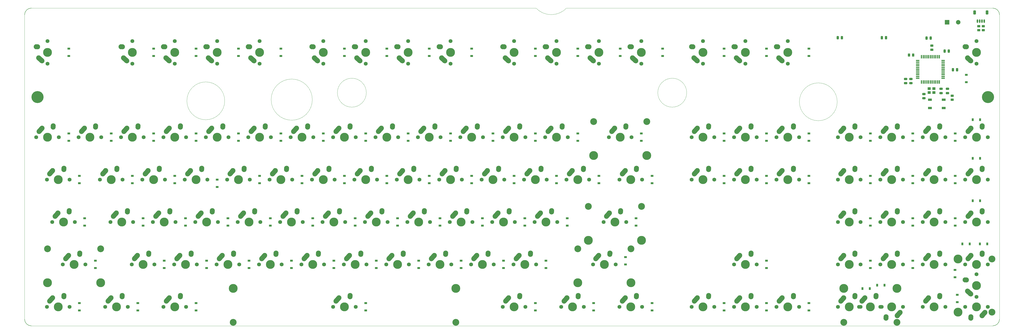
<source format=gbr>
%TF.GenerationSoftware,KiCad,Pcbnew,5.99.0-unknown-ae51e60f70~131~ubuntu21.10.1*%
%TF.CreationDate,2021-09-02T00:21:06-04:00*%
%TF.ProjectId,aek,61656b2e-6b69-4636-9164-5f7063625858,rev?*%
%TF.SameCoordinates,Original*%
%TF.FileFunction,Soldermask,Bot*%
%TF.FilePolarity,Negative*%
%FSLAX46Y46*%
G04 Gerber Fmt 4.6, Leading zero omitted, Abs format (unit mm)*
G04 Created by KiCad (PCBNEW 5.99.0-unknown-ae51e60f70~131~ubuntu21.10.1) date 2021-09-02 00:21:06*
%MOMM*%
%LPD*%
G01*
G04 APERTURE LIST*
G04 Aperture macros list*
%AMRoundRect*
0 Rectangle with rounded corners*
0 $1 Rounding radius*
0 $2 $3 $4 $5 $6 $7 $8 $9 X,Y pos of 4 corners*
0 Add a 4 corners polygon primitive as box body*
4,1,4,$2,$3,$4,$5,$6,$7,$8,$9,$2,$3,0*
0 Add four circle primitives for the rounded corners*
1,1,$1+$1,$2,$3*
1,1,$1+$1,$4,$5*
1,1,$1+$1,$6,$7*
1,1,$1+$1,$8,$9*
0 Add four rect primitives between the rounded corners*
20,1,$1+$1,$2,$3,$4,$5,0*
20,1,$1+$1,$4,$5,$6,$7,0*
20,1,$1+$1,$6,$7,$8,$9,0*
20,1,$1+$1,$8,$9,$2,$3,0*%
%AMHorizOval*
0 Thick line with rounded ends*
0 $1 width*
0 $2 $3 position (X,Y) of the first rounded end (center of the circle)*
0 $4 $5 position (X,Y) of the second rounded end (center of the circle)*
0 Add line between two ends*
20,1,$1,$2,$3,$4,$5,0*
0 Add two circle primitives to create the rounded ends*
1,1,$1,$2,$3*
1,1,$1,$4,$5*%
G04 Aperture macros list end*
%TA.AperFunction,Profile*%
%ADD10C,0.150000*%
%TD*%
%TA.AperFunction,Profile*%
%ADD11C,0.050000*%
%TD*%
%ADD12RoundRect,0.250000X0.450000X-0.262500X0.450000X0.262500X-0.450000X0.262500X-0.450000X-0.262500X0*%
%ADD13C,5.400000*%
%ADD14C,3.987800*%
%ADD15C,1.750000*%
%ADD16HorizOval,2.250000X0.655001X0.730000X-0.655001X-0.730000X0*%
%ADD17C,2.250000*%
%ADD18HorizOval,2.250000X0.020000X0.290000X-0.020000X-0.290000X0*%
%ADD19C,3.048000*%
%ADD20HorizOval,2.250000X-0.730000X0.655001X0.730000X-0.655001X0*%
%ADD21HorizOval,2.250000X-0.290000X0.020000X0.290000X-0.020000X0*%
%ADD22HorizOval,2.250000X-0.020000X-0.290000X0.020000X0.290000X0*%
%ADD23HorizOval,2.250000X-0.655001X-0.730000X0.655001X0.730000X0*%
%ADD24R,1.200000X0.900000*%
%ADD25RoundRect,0.250000X0.250000X0.475000X-0.250000X0.475000X-0.250000X-0.475000X0.250000X-0.475000X0*%
%ADD26RoundRect,0.250000X-0.450000X0.262500X-0.450000X-0.262500X0.450000X-0.262500X0.450000X0.262500X0*%
%ADD27R,1.800000X1.100000*%
%ADD28RoundRect,0.250000X-0.475000X0.250000X-0.475000X-0.250000X0.475000X-0.250000X0.475000X0.250000X0*%
%ADD29RoundRect,0.250000X-0.250000X-0.475000X0.250000X-0.475000X0.250000X0.475000X-0.250000X0.475000X0*%
%ADD30RoundRect,0.250000X0.475000X-0.250000X0.475000X0.250000X-0.475000X0.250000X-0.475000X-0.250000X0*%
%ADD31R,0.900000X1.200000*%
%ADD32RoundRect,0.150000X-0.150000X-0.625000X0.150000X-0.625000X0.150000X0.625000X-0.150000X0.625000X0*%
%ADD33RoundRect,0.250000X-0.350000X-0.650000X0.350000X-0.650000X0.350000X0.650000X-0.350000X0.650000X0*%
%ADD34RoundRect,0.250000X0.262500X0.450000X-0.262500X0.450000X-0.262500X-0.450000X0.262500X-0.450000X0*%
%ADD35R,1.500000X0.550000*%
%ADD36R,0.550000X1.500000*%
%ADD37R,1.400000X1.200000*%
%ADD38R,2.000000X2.000000*%
%ADD39C,2.000000*%
G04 APERTURE END LIST*
D10*
X456882500Y-154432000D02*
G75*
G02*
X453834500Y-157480000I-3048000J0D01*
G01*
X18986500Y-17780000D02*
G75*
G02*
X22034500Y-14732000I3048000J0D01*
G01*
X22034500Y-157480000D02*
G75*
G02*
X18986500Y-154432000I0J3048000D01*
G01*
D11*
X22034500Y-157480000D02*
X453834500Y-157480000D01*
X456882500Y-154432000D02*
X456882500Y-17780000D01*
X18986500Y-17780000D02*
X18986500Y-154432000D01*
X172486500Y-52730000D02*
G75*
G03*
X172486500Y-52730000I-6500000J0D01*
G01*
X148236500Y-55850000D02*
G75*
G03*
X148236500Y-55850000I-9250000J0D01*
G01*
X248692001Y-14731999D02*
X22034500Y-14732000D01*
X262407999Y-14731999D02*
X453834500Y-14732000D01*
X108885512Y-56400000D02*
G75*
G03*
X108885512Y-56400000I-8500000J0D01*
G01*
X262407998Y-14731999D02*
G75*
G02*
X248692001Y-14731999I-6857998J6496633D01*
G01*
X316386500Y-52730000D02*
G75*
G03*
X316386500Y-52730000I-6500000J0D01*
G01*
X383985512Y-56830000D02*
G75*
G03*
X383985512Y-56830000I-8500000J0D01*
G01*
D10*
X453834500Y-14732000D02*
G75*
G02*
X456882500Y-17780000I0J-3048000D01*
G01*
D12*
%TO.C,R5*%
X447548000Y-22860000D03*
X447548000Y-24685000D03*
%TD*%
%TO.C,R2*%
X449580000Y-24685000D03*
X449580000Y-22860000D03*
%TD*%
D13*
%TO.C,H2*%
X451698000Y-54734000D03*
%TD*%
D14*
%TO.C,SW_0*%
X219837000Y-72707500D03*
D15*
X224917000Y-72707500D03*
X214757000Y-72707500D03*
D16*
X216682001Y-69437500D03*
D17*
X217337000Y-68707500D03*
X222377000Y-67627500D03*
D18*
X222357000Y-67917500D03*
%TD*%
D14*
%TO.C,SW_1*%
X48387000Y-72707500D03*
D15*
X43307000Y-72707500D03*
X53467000Y-72707500D03*
D16*
X45232001Y-69437500D03*
D17*
X45887000Y-68707500D03*
X50927000Y-67627500D03*
D18*
X50907000Y-67917500D03*
%TD*%
D14*
%TO.C,SW_2*%
X67437000Y-72707500D03*
D15*
X62357000Y-72707500D03*
X72517000Y-72707500D03*
D17*
X64937000Y-68707500D03*
D16*
X64282001Y-69437500D03*
D18*
X69957000Y-67917500D03*
D17*
X69977000Y-67627500D03*
%TD*%
D15*
%TO.C,SW_3*%
X81407000Y-72707500D03*
D14*
X86487000Y-72707500D03*
D15*
X91567000Y-72707500D03*
D16*
X83332001Y-69437500D03*
D17*
X83987000Y-68707500D03*
X89027000Y-67627500D03*
D18*
X89007000Y-67917500D03*
%TD*%
D14*
%TO.C,SW_6*%
X143637000Y-72707500D03*
D15*
X138557000Y-72707500D03*
X148717000Y-72707500D03*
D16*
X140482001Y-69437500D03*
D17*
X141137000Y-68707500D03*
D18*
X146157000Y-67917500D03*
D17*
X146177000Y-67627500D03*
%TD*%
D15*
%TO.C,SW_7*%
X167767000Y-72707500D03*
D14*
X162687000Y-72707500D03*
D15*
X157607000Y-72707500D03*
D16*
X159532001Y-69437500D03*
D17*
X160187000Y-68707500D03*
X165227000Y-67627500D03*
D18*
X165207000Y-67917500D03*
%TD*%
D14*
%TO.C,SW_8*%
X181737000Y-72707500D03*
D15*
X186817000Y-72707500D03*
X176657000Y-72707500D03*
D16*
X178582001Y-69437500D03*
D17*
X179237000Y-68707500D03*
X184277000Y-67627500D03*
D18*
X184257000Y-67917500D03*
%TD*%
D15*
%TO.C,SW_9*%
X195707000Y-72707500D03*
D14*
X200787000Y-72707500D03*
D15*
X205867000Y-72707500D03*
D17*
X198287000Y-68707500D03*
D16*
X197632001Y-69437500D03*
D17*
X203327000Y-67627500D03*
D18*
X203307000Y-67917500D03*
%TD*%
D14*
%TO.C,SW_A1*%
X62674500Y-110807500D03*
D15*
X67754500Y-110807500D03*
X57594500Y-110807500D03*
D17*
X60174500Y-106807500D03*
D16*
X59519501Y-107537500D03*
D18*
X65194500Y-106017500D03*
D17*
X65214500Y-105727500D03*
%TD*%
D15*
%TO.C,SW_APOS1*%
X258254500Y-110807500D03*
D14*
X253174500Y-110807500D03*
D15*
X248094500Y-110807500D03*
D17*
X250674500Y-106807500D03*
D16*
X250019501Y-107537500D03*
D18*
X255694500Y-106017500D03*
D17*
X255714500Y-105727500D03*
%TD*%
D15*
%TO.C,SW_B1*%
X153479500Y-129857500D03*
X143319500Y-129857500D03*
D14*
X148399500Y-129857500D03*
D17*
X145899500Y-125857500D03*
D16*
X145244501Y-126587500D03*
D18*
X150919500Y-125067500D03*
D17*
X150939500Y-124777500D03*
%TD*%
D15*
%TO.C,SW_BACKSP1*%
X291592000Y-72707500D03*
D19*
X274574000Y-65722500D03*
D14*
X274574000Y-80962500D03*
X286512000Y-72707500D03*
D15*
X281432000Y-72707500D03*
D19*
X298450000Y-65722500D03*
D14*
X298450000Y-80962500D03*
D17*
X284012000Y-68707500D03*
D16*
X283357001Y-69437500D03*
D18*
X289032000Y-67917500D03*
D17*
X289052000Y-67627500D03*
%TD*%
D15*
%TO.C,SW_BKSLS1*%
X296354500Y-91757500D03*
D14*
X291274500Y-91757500D03*
D15*
X286194500Y-91757500D03*
D17*
X288774500Y-87757500D03*
D16*
X288119501Y-88487500D03*
D18*
X293794500Y-86967500D03*
D17*
X293814500Y-86677500D03*
%TD*%
D15*
%TO.C,SW_C1*%
X115379500Y-129857500D03*
X105219500Y-129857500D03*
D14*
X110299500Y-129857500D03*
D17*
X107799500Y-125857500D03*
D16*
X107144501Y-126587500D03*
D17*
X112839500Y-124777500D03*
D18*
X112819500Y-125067500D03*
%TD*%
D15*
%TO.C,SW_CAP1*%
X41560750Y-110807500D03*
D14*
X36480750Y-110807500D03*
D15*
X31400750Y-110807500D03*
D17*
X33980750Y-106807500D03*
D16*
X33325751Y-107537500D03*
D18*
X39000750Y-106017500D03*
D17*
X39020750Y-105727500D03*
%TD*%
D14*
%TO.C,SW_COLON1*%
X234124500Y-110807500D03*
D15*
X229044500Y-110807500D03*
X239204500Y-110807500D03*
D16*
X230969501Y-107537500D03*
D17*
X231624500Y-106807500D03*
X236664500Y-105727500D03*
D18*
X236644500Y-106017500D03*
%TD*%
D14*
%TO.C,SW_COMMA1*%
X205549500Y-129857500D03*
D15*
X200469500Y-129857500D03*
X210629500Y-129857500D03*
D17*
X203049500Y-125857500D03*
D16*
X202394501Y-126587500D03*
D17*
X208089500Y-124777500D03*
D18*
X208069500Y-125067500D03*
%TD*%
D15*
%TO.C,SW_D1*%
X95694500Y-110807500D03*
D14*
X100774500Y-110807500D03*
D15*
X105854500Y-110807500D03*
D16*
X97619501Y-107537500D03*
D17*
X98274500Y-106807500D03*
D18*
X103294500Y-106017500D03*
D17*
X103314500Y-105727500D03*
%TD*%
D14*
%TO.C,SW_DEL1*%
X323659500Y-91757500D03*
D15*
X328739500Y-91757500D03*
X318579500Y-91757500D03*
D16*
X320504501Y-88487500D03*
D17*
X321159500Y-87757500D03*
D18*
X326179500Y-86967500D03*
D17*
X326199500Y-86677500D03*
%TD*%
D15*
%TO.C,SW_DOWN1*%
X337629500Y-148907500D03*
X347789500Y-148907500D03*
D14*
X342709500Y-148907500D03*
D17*
X340209500Y-144907500D03*
D16*
X339554501Y-145637500D03*
D18*
X345229500Y-144117500D03*
D17*
X345249500Y-143827500D03*
%TD*%
D14*
%TO.C,SW_E1*%
X96012000Y-91757500D03*
D15*
X90932000Y-91757500D03*
X101092000Y-91757500D03*
D17*
X93512000Y-87757500D03*
D16*
X92857001Y-88487500D03*
D18*
X98532000Y-86967500D03*
D17*
X98552000Y-86677500D03*
%TD*%
D15*
%TO.C,SW_END1*%
X347789500Y-91757500D03*
D14*
X342709500Y-91757500D03*
D15*
X337629500Y-91757500D03*
D17*
X340209500Y-87757500D03*
D16*
X339554501Y-88487500D03*
D17*
X345249500Y-86677500D03*
D18*
X345229500Y-86967500D03*
%TD*%
D19*
%TO.C,SW_ENTER1*%
X272192750Y-103822500D03*
D15*
X279050750Y-110807500D03*
D14*
X284130750Y-110807500D03*
X296068750Y-119062500D03*
D19*
X296068750Y-103822500D03*
D15*
X289210750Y-110807500D03*
D14*
X272192750Y-119062500D03*
D17*
X281630750Y-106807500D03*
D16*
X280975751Y-107537500D03*
D17*
X286670750Y-105727500D03*
D18*
X286650750Y-106017500D03*
%TD*%
D15*
%TO.C,SW_EQ1*%
X252857000Y-72707500D03*
D14*
X257937000Y-72707500D03*
D15*
X263017000Y-72707500D03*
D16*
X254782001Y-69437500D03*
D17*
X255437000Y-68707500D03*
X260477000Y-67627500D03*
D18*
X260457000Y-67917500D03*
%TD*%
D14*
%TO.C,SW_ESC1*%
X29337000Y-34607500D03*
D15*
X29337000Y-29527500D03*
X29337000Y-39687500D03*
D17*
X25337000Y-37107500D03*
D20*
X26067000Y-37762499D03*
D17*
X24257000Y-32067500D03*
D21*
X24547000Y-32087500D03*
%TD*%
D14*
%TO.C,SW_F1*%
X67437000Y-34607500D03*
D15*
X67437000Y-39687500D03*
X67437000Y-29527500D03*
D17*
X63437000Y-37107500D03*
D20*
X64167000Y-37762499D03*
D21*
X62647000Y-32087500D03*
D17*
X62357000Y-32067500D03*
%TD*%
D15*
%TO.C,SW_F2*%
X86487000Y-29527500D03*
X86487000Y-39687500D03*
D14*
X86487000Y-34607500D03*
D17*
X82487000Y-37107500D03*
D20*
X83217000Y-37762499D03*
D17*
X81407000Y-32067500D03*
D21*
X81697000Y-32087500D03*
%TD*%
D15*
%TO.C,SW_F3*%
X105537000Y-29527500D03*
X105537000Y-39687500D03*
D14*
X105537000Y-34607500D03*
D17*
X101537000Y-37107500D03*
D20*
X102267000Y-37762499D03*
D17*
X100457000Y-32067500D03*
D21*
X100747000Y-32087500D03*
%TD*%
D15*
%TO.C,SW_F4*%
X124587000Y-39687500D03*
D14*
X124587000Y-34607500D03*
D15*
X124587000Y-29527500D03*
D17*
X120587000Y-37107500D03*
D20*
X121317000Y-37762499D03*
D21*
X119797000Y-32087500D03*
D17*
X119507000Y-32067500D03*
%TD*%
D15*
%TO.C,SW_F5*%
X153162000Y-39687500D03*
D14*
X153162000Y-34607500D03*
D15*
X153162000Y-29527500D03*
D17*
X149162000Y-37107500D03*
D20*
X149892000Y-37762499D03*
D21*
X148372000Y-32087500D03*
D17*
X148082000Y-32067500D03*
%TD*%
D14*
%TO.C,SW_F6*%
X172212000Y-34607500D03*
D15*
X172212000Y-39687500D03*
X172212000Y-29527500D03*
D17*
X168212000Y-37107500D03*
D20*
X168942000Y-37762499D03*
D21*
X167422000Y-32087500D03*
D17*
X167132000Y-32067500D03*
%TD*%
D15*
%TO.C,SW_F7*%
X191262000Y-29527500D03*
X191262000Y-39687500D03*
D14*
X191262000Y-34607500D03*
D17*
X187262000Y-37107500D03*
D20*
X187992000Y-37762499D03*
D17*
X186182000Y-32067500D03*
D21*
X186472000Y-32087500D03*
%TD*%
D15*
%TO.C,SW_F8*%
X210312000Y-39687500D03*
D14*
X210312000Y-34607500D03*
D15*
X210312000Y-29527500D03*
D20*
X207042000Y-37762499D03*
D17*
X206312000Y-37107500D03*
D21*
X205522000Y-32087500D03*
D17*
X205232000Y-32067500D03*
%TD*%
D15*
%TO.C,SW_F9*%
X238887000Y-29527500D03*
D14*
X238887000Y-34607500D03*
D15*
X238887000Y-39687500D03*
D20*
X235617000Y-37762499D03*
D17*
X234887000Y-37107500D03*
D21*
X234097000Y-32087500D03*
D17*
X233807000Y-32067500D03*
%TD*%
D15*
%TO.C,SW_F10*%
X257937000Y-29527500D03*
D14*
X257937000Y-34607500D03*
D15*
X257937000Y-39687500D03*
D17*
X253937000Y-37107500D03*
D20*
X254667000Y-37762499D03*
D21*
X253147000Y-32087500D03*
D17*
X252857000Y-32067500D03*
%TD*%
D15*
%TO.C,SW_F11*%
X276987000Y-39687500D03*
X276987000Y-29527500D03*
D14*
X276987000Y-34607500D03*
D17*
X272987000Y-37107500D03*
D20*
X273717000Y-37762499D03*
D17*
X271907000Y-32067500D03*
D21*
X272197000Y-32087500D03*
%TD*%
D14*
%TO.C,SW_F12*%
X296037000Y-34607500D03*
D15*
X296037000Y-39687500D03*
X296037000Y-29527500D03*
D17*
X292037000Y-37107500D03*
D20*
X292767000Y-37762499D03*
D17*
X290957000Y-32067500D03*
D21*
X291247000Y-32087500D03*
%TD*%
D15*
%TO.C,SW_F13*%
X114744500Y-110807500D03*
X124904500Y-110807500D03*
D14*
X119824500Y-110807500D03*
D17*
X117324500Y-106807500D03*
D16*
X116669501Y-107537500D03*
D17*
X122364500Y-105727500D03*
D18*
X122344500Y-106017500D03*
%TD*%
D15*
%TO.C,SW_G1*%
X143954500Y-110807500D03*
X133794500Y-110807500D03*
D14*
X138874500Y-110807500D03*
D16*
X135719501Y-107537500D03*
D17*
X136374500Y-106807500D03*
X141414500Y-105727500D03*
D18*
X141394500Y-106017500D03*
%TD*%
D14*
%TO.C,SW_H1*%
X157924500Y-110807500D03*
D15*
X163004500Y-110807500D03*
X152844500Y-110807500D03*
D17*
X155424500Y-106807500D03*
D16*
X154769501Y-107537500D03*
D18*
X160444500Y-106017500D03*
D17*
X160464500Y-105727500D03*
%TD*%
D15*
%TO.C,SW_HOME1*%
X337629500Y-72707500D03*
D14*
X342709500Y-72707500D03*
D15*
X347789500Y-72707500D03*
D17*
X340209500Y-68707500D03*
D16*
X339554501Y-69437500D03*
D18*
X345229500Y-67917500D03*
D17*
X345249500Y-67627500D03*
%TD*%
D14*
%TO.C,SW_I1*%
X191262000Y-91757500D03*
D15*
X196342000Y-91757500D03*
X186182000Y-91757500D03*
D16*
X188107001Y-88487500D03*
D17*
X188762000Y-87757500D03*
D18*
X193782000Y-86967500D03*
D17*
X193802000Y-86677500D03*
%TD*%
D15*
%TO.C,SW_INS1*%
X318579500Y-72707500D03*
D14*
X323659500Y-72707500D03*
D15*
X328739500Y-72707500D03*
D16*
X320504501Y-69437500D03*
D17*
X321159500Y-68707500D03*
X326199500Y-67627500D03*
D18*
X326179500Y-67917500D03*
%TD*%
D15*
%TO.C,SW_J1*%
X171894500Y-110807500D03*
D14*
X176974500Y-110807500D03*
D15*
X182054500Y-110807500D03*
D17*
X174474500Y-106807500D03*
D16*
X173819501Y-107537500D03*
D18*
X179494500Y-106017500D03*
D17*
X179514500Y-105727500D03*
%TD*%
D15*
%TO.C,SW_K1*%
X201104500Y-110807500D03*
X190944500Y-110807500D03*
D14*
X196024500Y-110807500D03*
D16*
X192869501Y-107537500D03*
D17*
X193524500Y-106807500D03*
X198564500Y-105727500D03*
D18*
X198544500Y-106017500D03*
%TD*%
D19*
%TO.C,SW_KP0*%
X410845000Y-155892500D03*
D15*
X393827000Y-148907500D03*
D14*
X386969000Y-140652500D03*
X398907000Y-148907500D03*
D15*
X403987000Y-148907500D03*
D14*
X410845000Y-140652500D03*
D19*
X386969000Y-155892500D03*
D17*
X396407000Y-144907500D03*
D16*
X395752001Y-145637500D03*
D18*
X401427000Y-144117500D03*
D17*
X401447000Y-143827500D03*
%TD*%
D14*
%TO.C,SW_KP1*%
X389382000Y-129857500D03*
D15*
X384302000Y-129857500D03*
X394462000Y-129857500D03*
D17*
X386882000Y-125857500D03*
D16*
X386227001Y-126587500D03*
D18*
X391902000Y-125067500D03*
D17*
X391922000Y-124777500D03*
%TD*%
D15*
%TO.C,SW_KP2*%
X413512000Y-129857500D03*
D14*
X408432000Y-129857500D03*
D15*
X403352000Y-129857500D03*
D17*
X405932000Y-125857500D03*
D16*
X405277001Y-126587500D03*
D17*
X410972000Y-124777500D03*
D18*
X410952000Y-125067500D03*
%TD*%
D15*
%TO.C,SW_KP3*%
X432562000Y-129857500D03*
X422402000Y-129857500D03*
D14*
X427482000Y-129857500D03*
D16*
X424327001Y-126587500D03*
D17*
X424982000Y-125857500D03*
D18*
X430002000Y-125067500D03*
D17*
X430022000Y-124777500D03*
%TD*%
D15*
%TO.C,SW_KP4*%
X384302000Y-110807500D03*
D14*
X389382000Y-110807500D03*
D15*
X394462000Y-110807500D03*
D16*
X386227001Y-107537500D03*
D17*
X386882000Y-106807500D03*
X391922000Y-105727500D03*
D18*
X391902000Y-106017500D03*
%TD*%
D15*
%TO.C,SW_KP5*%
X413512000Y-110807500D03*
D14*
X408432000Y-110807500D03*
D15*
X403352000Y-110807500D03*
D17*
X405932000Y-106807500D03*
D16*
X405277001Y-107537500D03*
D18*
X410952000Y-106017500D03*
D17*
X410972000Y-105727500D03*
%TD*%
D15*
%TO.C,SW_KP6*%
X432562000Y-110807500D03*
X422402000Y-110807500D03*
D14*
X427482000Y-110807500D03*
D17*
X424982000Y-106807500D03*
D16*
X424327001Y-107537500D03*
D17*
X430022000Y-105727500D03*
D18*
X430002000Y-106017500D03*
%TD*%
D15*
%TO.C,SW_KP7*%
X384302000Y-91757500D03*
D14*
X389382000Y-91757500D03*
D15*
X394462000Y-91757500D03*
D16*
X386227001Y-88487500D03*
D17*
X386882000Y-87757500D03*
D18*
X391902000Y-86967500D03*
D17*
X391922000Y-86677500D03*
%TD*%
D14*
%TO.C,SW_KP8*%
X408432000Y-91757500D03*
D15*
X413512000Y-91757500D03*
X403352000Y-91757500D03*
D16*
X405277001Y-88487500D03*
D17*
X405932000Y-87757500D03*
X410972000Y-86677500D03*
D18*
X410952000Y-86967500D03*
%TD*%
D15*
%TO.C,SW_KP9*%
X422402000Y-91757500D03*
D14*
X427482000Y-91757500D03*
D15*
X432562000Y-91757500D03*
D17*
X424982000Y-87757500D03*
D16*
X424327001Y-88487500D03*
D18*
X430002000Y-86967500D03*
D17*
X430022000Y-86677500D03*
%TD*%
D14*
%TO.C,SW_KPASTR1*%
X446532000Y-72707500D03*
D15*
X441452000Y-72707500D03*
X451612000Y-72707500D03*
D16*
X443377001Y-69437500D03*
D17*
X444032000Y-68707500D03*
D18*
X449052000Y-67917500D03*
D17*
X449072000Y-67627500D03*
%TD*%
D14*
%TO.C,SW_KPENTER1*%
X446532000Y-139382500D03*
D15*
X446532000Y-134302500D03*
D14*
X438277000Y-151320500D03*
D15*
X446532000Y-144462500D03*
D14*
X438277000Y-127444500D03*
D19*
X453517000Y-127444500D03*
X453517000Y-151320500D03*
D17*
X442532000Y-141882500D03*
D20*
X443262000Y-142537499D03*
D17*
X441452000Y-136842500D03*
D21*
X441742000Y-136862500D03*
%TD*%
D15*
%TO.C,SW_KPEQ1*%
X413512000Y-72707500D03*
D14*
X408432000Y-72707500D03*
D15*
X403352000Y-72707500D03*
D16*
X405277001Y-69437500D03*
D17*
X405932000Y-68707500D03*
X410972000Y-67627500D03*
D18*
X410952000Y-67917500D03*
%TD*%
D15*
%TO.C,SW_KPMINUS1*%
X441452000Y-91757500D03*
D14*
X446532000Y-91757500D03*
D15*
X451612000Y-91757500D03*
D17*
X444032000Y-87757500D03*
D16*
X443377001Y-88487500D03*
D17*
X449072000Y-86677500D03*
D18*
X449052000Y-86967500D03*
%TD*%
D15*
%TO.C,SW_KPPER1*%
X422402000Y-148907500D03*
D14*
X427482000Y-148907500D03*
D15*
X432562000Y-148907500D03*
D17*
X424982000Y-144907500D03*
D16*
X424327001Y-145637500D03*
D17*
X430022000Y-143827500D03*
D18*
X430002000Y-144117500D03*
%TD*%
D17*
%TO.C,SW_KPPLUS1*%
X449072000Y-105727500D03*
D18*
X449052000Y-106017500D03*
D16*
X443377001Y-107537500D03*
D17*
X444032000Y-106807500D03*
D15*
X451612000Y-110807500D03*
X441452000Y-110807500D03*
D14*
X446532000Y-110807500D03*
%TD*%
D15*
%TO.C,SW_KPSLASH1*%
X432562000Y-72707500D03*
X422402000Y-72707500D03*
D14*
X427482000Y-72707500D03*
D17*
X424982000Y-68707500D03*
D16*
X424327001Y-69437500D03*
D17*
X430022000Y-67627500D03*
D18*
X430002000Y-67917500D03*
%TD*%
D15*
%TO.C,SW_L1*%
X220154500Y-110807500D03*
X209994500Y-110807500D03*
D14*
X215074500Y-110807500D03*
D16*
X211919501Y-107537500D03*
D17*
X212574500Y-106807500D03*
X217614500Y-105727500D03*
D18*
X217594500Y-106017500D03*
%TD*%
D15*
%TO.C,SW_LALT1*%
X81407000Y-148907500D03*
D14*
X86487000Y-148907500D03*
D15*
X91567000Y-148907500D03*
D16*
X83332001Y-145637500D03*
D17*
X83987000Y-144907500D03*
X89027000Y-143827500D03*
D18*
X89007000Y-144117500D03*
%TD*%
D15*
%TO.C,SW_LBRAC1*%
X253492000Y-91757500D03*
X243332000Y-91757500D03*
D14*
X248412000Y-91757500D03*
D16*
X245257001Y-88487500D03*
D17*
X245912000Y-87757500D03*
D18*
X250932000Y-86967500D03*
D17*
X250952000Y-86677500D03*
%TD*%
D15*
%TO.C,SW_LCTR1*%
X29019500Y-148907500D03*
X39179500Y-148907500D03*
D14*
X34099500Y-148907500D03*
D17*
X31599500Y-144907500D03*
D16*
X30944501Y-145637500D03*
D18*
X36619500Y-144117500D03*
D17*
X36639500Y-143827500D03*
%TD*%
D14*
%TO.C,SW_LEFT1*%
X323659500Y-148907500D03*
D15*
X328739500Y-148907500D03*
X318579500Y-148907500D03*
D17*
X321159500Y-144907500D03*
D16*
X320504501Y-145637500D03*
D18*
X326179500Y-144117500D03*
D17*
X326199500Y-143827500D03*
%TD*%
D14*
%TO.C,SW_LMOD1*%
X60293250Y-148907500D03*
D15*
X65373250Y-148907500D03*
X55213250Y-148907500D03*
D16*
X57138251Y-145637500D03*
D17*
X57793250Y-144907500D03*
X62833250Y-143827500D03*
D18*
X62813250Y-144117500D03*
%TD*%
D19*
%TO.C,SW_LSH1*%
X29305250Y-122872500D03*
X53181250Y-122872500D03*
D15*
X36163250Y-129857500D03*
D14*
X41243250Y-129857500D03*
D15*
X46323250Y-129857500D03*
D14*
X53181250Y-138112500D03*
X29305250Y-138112500D03*
D16*
X38088251Y-126587500D03*
D17*
X38743250Y-125857500D03*
X43783250Y-124777500D03*
D18*
X43763250Y-125067500D03*
%TD*%
D15*
%TO.C,SW_M1*%
X191579500Y-129857500D03*
D14*
X186499500Y-129857500D03*
D15*
X181419500Y-129857500D03*
D17*
X183999500Y-125857500D03*
D16*
X183344501Y-126587500D03*
D17*
X189039500Y-124777500D03*
D18*
X189019500Y-125067500D03*
%TD*%
D14*
%TO.C,SW_MINUS1*%
X238887000Y-72707500D03*
D15*
X233807000Y-72707500D03*
X243967000Y-72707500D03*
D17*
X236387000Y-68707500D03*
D16*
X235732001Y-69437500D03*
D18*
X241407000Y-67917500D03*
D17*
X241427000Y-67627500D03*
%TD*%
D15*
%TO.C,SW_N1*%
X162369500Y-129857500D03*
X172529500Y-129857500D03*
D14*
X167449500Y-129857500D03*
D16*
X164294501Y-126587500D03*
D17*
X164949500Y-125857500D03*
D18*
X169969500Y-125067500D03*
D17*
X169989500Y-124777500D03*
%TD*%
D15*
%TO.C,SW_O1*%
X205232000Y-91757500D03*
X215392000Y-91757500D03*
D14*
X210312000Y-91757500D03*
D17*
X207812000Y-87757500D03*
D16*
X207157001Y-88487500D03*
D18*
X212832000Y-86967500D03*
D17*
X212852000Y-86677500D03*
%TD*%
D15*
%TO.C,SW_P1*%
X234442000Y-91757500D03*
X224282000Y-91757500D03*
D14*
X229362000Y-91757500D03*
D17*
X226862000Y-87757500D03*
D16*
X226207001Y-88487500D03*
D18*
X231882000Y-86967500D03*
D17*
X231902000Y-86677500D03*
%TD*%
D14*
%TO.C,SW_PAUSE1*%
X361759500Y-34607500D03*
D15*
X361759500Y-29527500D03*
X361759500Y-39687500D03*
D17*
X357759500Y-37107500D03*
D20*
X358489500Y-37762499D03*
D21*
X356969500Y-32087500D03*
D17*
X356679500Y-32067500D03*
%TD*%
D15*
%TO.C,SW_PERIOD1*%
X229679500Y-129857500D03*
X219519500Y-129857500D03*
D14*
X224599500Y-129857500D03*
D17*
X222099500Y-125857500D03*
D16*
X221444501Y-126587500D03*
D18*
X227119500Y-125067500D03*
D17*
X227139500Y-124777500D03*
%TD*%
D14*
%TO.C,SW_PGDN1*%
X361759500Y-91757500D03*
D15*
X356679500Y-91757500D03*
X366839500Y-91757500D03*
D16*
X358604501Y-88487500D03*
D17*
X359259500Y-87757500D03*
D18*
X364279500Y-86967500D03*
D17*
X364299500Y-86677500D03*
%TD*%
D14*
%TO.C,SW_PGUP1*%
X361759500Y-72707500D03*
D15*
X356679500Y-72707500D03*
X366839500Y-72707500D03*
D17*
X359259500Y-68707500D03*
D16*
X358604501Y-69437500D03*
D18*
X364279500Y-67917500D03*
D17*
X364299500Y-67627500D03*
%TD*%
D15*
%TO.C,SW_POW1*%
X446532000Y-39687500D03*
X446532000Y-29527500D03*
D14*
X446532000Y-34607500D03*
D17*
X442532000Y-37107500D03*
D20*
X443262000Y-37762499D03*
D21*
X441742000Y-32087500D03*
D17*
X441452000Y-32067500D03*
%TD*%
D14*
%TO.C,SW_PRSC1*%
X323659500Y-34607500D03*
D15*
X323659500Y-39687500D03*
X323659500Y-29527500D03*
D20*
X320389500Y-37762499D03*
D17*
X319659500Y-37107500D03*
X318579500Y-32067500D03*
D21*
X318869500Y-32087500D03*
%TD*%
D15*
%TO.C,SW_Q1*%
X62992000Y-91757500D03*
X52832000Y-91757500D03*
D14*
X57912000Y-91757500D03*
D16*
X54757001Y-88487500D03*
D17*
X55412000Y-87757500D03*
X60452000Y-86677500D03*
D18*
X60432000Y-86967500D03*
%TD*%
D15*
%TO.C,SW_R1*%
X120142000Y-91757500D03*
D14*
X115062000Y-91757500D03*
D15*
X109982000Y-91757500D03*
D16*
X111907001Y-88487500D03*
D17*
X112562000Y-87757500D03*
D18*
X117582000Y-86967500D03*
D17*
X117602000Y-86677500D03*
%TD*%
D15*
%TO.C,SW_RALT1*%
X243967000Y-148907500D03*
X233807000Y-148907500D03*
D14*
X238887000Y-148907500D03*
D17*
X236387000Y-144907500D03*
D16*
X235732001Y-145637500D03*
D18*
X241407000Y-144117500D03*
D17*
X241427000Y-143827500D03*
%TD*%
D15*
%TO.C,SW_RBRAC1*%
X262382000Y-91757500D03*
X272542000Y-91757500D03*
D14*
X267462000Y-91757500D03*
D17*
X264962000Y-87757500D03*
D16*
X264307001Y-88487500D03*
D18*
X269982000Y-86967500D03*
D17*
X270002000Y-86677500D03*
%TD*%
D15*
%TO.C,SW_RCTR1*%
X296354500Y-148907500D03*
D14*
X291274500Y-148907500D03*
D15*
X286194500Y-148907500D03*
D17*
X288774500Y-144907500D03*
D16*
X288119501Y-145637500D03*
D18*
X293794500Y-144117500D03*
D17*
X293814500Y-143827500D03*
%TD*%
D15*
%TO.C,SW_RIGHT1*%
X356679500Y-148907500D03*
D14*
X361759500Y-148907500D03*
D15*
X366839500Y-148907500D03*
D16*
X358604501Y-145637500D03*
D17*
X359259500Y-144907500D03*
X364299500Y-143827500D03*
D18*
X364279500Y-144117500D03*
%TD*%
D14*
%TO.C,SW_RMOD1*%
X265080750Y-148907500D03*
D15*
X270160750Y-148907500D03*
X260000750Y-148907500D03*
D17*
X262580750Y-144907500D03*
D16*
X261925751Y-145637500D03*
D18*
X267600750Y-144117500D03*
D17*
X267620750Y-143827500D03*
%TD*%
D14*
%TO.C,SW_RSH1*%
X279368250Y-129857500D03*
D19*
X291306250Y-122872500D03*
D14*
X291306250Y-138112500D03*
D19*
X267430250Y-122872500D03*
D14*
X267430250Y-138112500D03*
D15*
X274288250Y-129857500D03*
X284448250Y-129857500D03*
D17*
X276868250Y-125857500D03*
D16*
X276213251Y-126587500D03*
D17*
X281908250Y-124777500D03*
D18*
X281888250Y-125067500D03*
%TD*%
D15*
%TO.C,SW_S1*%
X76644500Y-110807500D03*
D14*
X81724500Y-110807500D03*
D15*
X86804500Y-110807500D03*
D16*
X78569501Y-107537500D03*
D17*
X79224500Y-106807500D03*
X84264500Y-105727500D03*
D18*
X84244500Y-106017500D03*
%TD*%
D15*
%TO.C,SW_SCLK1*%
X342709500Y-29527500D03*
D14*
X342709500Y-34607500D03*
D15*
X342709500Y-39687500D03*
D20*
X339439500Y-37762499D03*
D17*
X338709500Y-37107500D03*
D21*
X337919500Y-32087500D03*
D17*
X337629500Y-32067500D03*
%TD*%
D15*
%TO.C,SW_SLASH1*%
X238569500Y-129857500D03*
X248729500Y-129857500D03*
D14*
X243649500Y-129857500D03*
D16*
X240494501Y-126587500D03*
D17*
X241149500Y-125857500D03*
X246189500Y-124777500D03*
D18*
X246169500Y-125067500D03*
%TD*%
D19*
%TO.C,SW_SPACE1*%
X212686900Y-155892500D03*
D14*
X212686900Y-140652500D03*
D15*
X167767000Y-148907500D03*
D14*
X162687000Y-148907500D03*
D19*
X112687100Y-155892500D03*
D15*
X157607000Y-148907500D03*
D14*
X112687100Y-140652500D03*
D17*
X160187000Y-144907500D03*
D16*
X159532001Y-145637500D03*
D18*
X165207000Y-144117500D03*
D17*
X165227000Y-143827500D03*
%TD*%
D14*
%TO.C,SW_T1*%
X134112000Y-91757500D03*
D15*
X129032000Y-91757500D03*
X139192000Y-91757500D03*
D17*
X131612000Y-87757500D03*
D16*
X130957001Y-88487500D03*
D17*
X136652000Y-86677500D03*
D18*
X136632000Y-86967500D03*
%TD*%
D15*
%TO.C,SW_TAB1*%
X39179500Y-91757500D03*
X29019500Y-91757500D03*
D14*
X34099500Y-91757500D03*
D17*
X31599500Y-87757500D03*
D16*
X30944501Y-88487500D03*
D17*
X36639500Y-86677500D03*
D18*
X36619500Y-86967500D03*
%TD*%
D14*
%TO.C,SW_TICK1*%
X29337000Y-72707500D03*
D15*
X34417000Y-72707500D03*
X24257000Y-72707500D03*
D16*
X26182001Y-69437500D03*
D17*
X26837000Y-68707500D03*
X31877000Y-67627500D03*
D18*
X31857000Y-67917500D03*
%TD*%
D15*
%TO.C,SW_U1*%
X177292000Y-91757500D03*
X167132000Y-91757500D03*
D14*
X172212000Y-91757500D03*
D16*
X169057001Y-88487500D03*
D17*
X169712000Y-87757500D03*
X174752000Y-86677500D03*
D18*
X174732000Y-86967500D03*
%TD*%
D14*
%TO.C,SW_UP1*%
X342709500Y-129857500D03*
D15*
X337629500Y-129857500D03*
X347789500Y-129857500D03*
D16*
X339554501Y-126587500D03*
D17*
X340209500Y-125857500D03*
X345249500Y-124777500D03*
D18*
X345229500Y-125067500D03*
%TD*%
D15*
%TO.C,SW_V1*%
X124269500Y-129857500D03*
X134429500Y-129857500D03*
D14*
X129349500Y-129857500D03*
D16*
X126194501Y-126587500D03*
D17*
X126849500Y-125857500D03*
D18*
X131869500Y-125067500D03*
D17*
X131889500Y-124777500D03*
%TD*%
D15*
%TO.C,SW_W1*%
X71882000Y-91757500D03*
D14*
X76962000Y-91757500D03*
D15*
X82042000Y-91757500D03*
D16*
X73807001Y-88487500D03*
D17*
X74462000Y-87757500D03*
X79502000Y-86677500D03*
D18*
X79482000Y-86967500D03*
%TD*%
D15*
%TO.C,SW_X1*%
X86169500Y-129857500D03*
X96329500Y-129857500D03*
D14*
X91249500Y-129857500D03*
D17*
X88749500Y-125857500D03*
D16*
X88094501Y-126587500D03*
D18*
X93769500Y-125067500D03*
D17*
X93789500Y-124777500D03*
%TD*%
D14*
%TO.C,SW_Y1*%
X153162000Y-91757500D03*
D15*
X148082000Y-91757500D03*
X158242000Y-91757500D03*
D16*
X150007001Y-88487500D03*
D17*
X150662000Y-87757500D03*
D18*
X155682000Y-86967500D03*
D17*
X155702000Y-86677500D03*
%TD*%
D15*
%TO.C,SW_Z1*%
X67119500Y-129857500D03*
X77279500Y-129857500D03*
D14*
X72199500Y-129857500D03*
D17*
X69699500Y-125857500D03*
D16*
X69044501Y-126587500D03*
D18*
X74719500Y-125067500D03*
D17*
X74739500Y-124777500D03*
%TD*%
D13*
%TO.C,H1*%
X24800000Y-54734000D03*
%TD*%
D15*
%TO.C,SW_4*%
X110617000Y-72707500D03*
D14*
X105537000Y-72707500D03*
D15*
X100457000Y-72707500D03*
D16*
X102382001Y-69437500D03*
D17*
X103037000Y-68707500D03*
D18*
X108057000Y-67917500D03*
D17*
X108077000Y-67627500D03*
%TD*%
D15*
%TO.C,SW_5*%
X129667000Y-72707500D03*
X119507000Y-72707500D03*
D14*
X124587000Y-72707500D03*
D17*
X122087000Y-68707500D03*
D16*
X121432001Y-69437500D03*
D18*
X127107000Y-67917500D03*
D17*
X127127000Y-67627500D03*
%TD*%
D14*
%TO.C,SW_NUMLK1*%
X389382000Y-72707500D03*
D15*
X384302000Y-72707500D03*
X394462000Y-72707500D03*
D16*
X386227001Y-69437500D03*
D17*
X386882000Y-68707500D03*
D18*
X391902000Y-67917500D03*
D17*
X391922000Y-67627500D03*
%TD*%
%TO.C,SW_KP0X1*%
X405892000Y-153987500D03*
D22*
X405912000Y-153697500D03*
D17*
X410932000Y-152907500D03*
D23*
X411586999Y-152177500D03*
D14*
X408432000Y-148907500D03*
D15*
X403352000Y-148907500D03*
X413512000Y-148907500D03*
%TD*%
%TO.C,SW_KPENTERALT1*%
X451612000Y-148907500D03*
X441452000Y-148907500D03*
D14*
X446532000Y-148907500D03*
D17*
X449032000Y-152907500D03*
D23*
X449686999Y-152177500D03*
D17*
X443992000Y-153987500D03*
D22*
X444012000Y-153697500D03*
%TD*%
D15*
%TO.C,SW_KP0ALT1*%
X394462000Y-148907500D03*
D14*
X389382000Y-148907500D03*
D15*
X384302000Y-148907500D03*
D17*
X386882000Y-144907500D03*
D16*
X386227001Y-145637500D03*
D18*
X391902000Y-144117500D03*
D17*
X391922000Y-143827500D03*
%TD*%
D15*
%TO.C,SW_KPENTERX1*%
X451612000Y-129857500D03*
X441452000Y-129857500D03*
D14*
X446532000Y-129857500D03*
D17*
X444032000Y-125857500D03*
D16*
X443377001Y-126587500D03*
D18*
X449052000Y-125067500D03*
D17*
X449072000Y-124777500D03*
%TD*%
D24*
%TO.C,D16*%
X100774500Y-131507500D03*
X100774500Y-128207500D03*
%TD*%
D25*
%TO.C,C8*%
X405892000Y-28016000D03*
X403992000Y-28016000D03*
%TD*%
%TO.C,C9*%
X386080000Y-28016000D03*
X384180000Y-28016000D03*
%TD*%
%TO.C,C10*%
X425958000Y-28194000D03*
X424058000Y-28194000D03*
%TD*%
D26*
%TO.C,R1*%
X426466000Y-31599500D03*
X426466000Y-33424500D03*
%TD*%
D27*
%TO.C,SW1*%
X425600000Y-59580000D03*
X431800000Y-55880000D03*
X425600000Y-55880000D03*
X431800000Y-59580000D03*
%TD*%
D25*
%TO.C,C1*%
X434086000Y-34036000D03*
X432186000Y-34036000D03*
%TD*%
D28*
%TO.C,C2*%
X414686750Y-46548000D03*
X414686750Y-48448000D03*
%TD*%
%TO.C,C5*%
X417068000Y-46548000D03*
X417068000Y-48448000D03*
%TD*%
D29*
%TO.C,C6*%
X435930000Y-42418000D03*
X437830000Y-42418000D03*
%TD*%
D30*
%TO.C,C7*%
X433477000Y-52884500D03*
X433477000Y-50984500D03*
%TD*%
D24*
%TO.C,D1*%
X38862000Y-36257500D03*
X38862000Y-32957500D03*
%TD*%
%TO.C,D2*%
X38862000Y-74357500D03*
X38862000Y-71057500D03*
%TD*%
%TO.C,D3*%
X43624500Y-93407500D03*
X43624500Y-90107500D03*
%TD*%
%TO.C,D4*%
X46005750Y-112457500D03*
X46005750Y-109157500D03*
%TD*%
%TO.C,D5*%
X50768250Y-131507500D03*
X50768250Y-128207500D03*
%TD*%
%TO.C,D6*%
X43624500Y-150557500D03*
X43624500Y-147257500D03*
%TD*%
%TO.C,D7*%
X69818250Y-150557500D03*
X69818250Y-147257500D03*
%TD*%
%TO.C,D8*%
X81724500Y-131507500D03*
X81724500Y-128207500D03*
%TD*%
%TO.C,D9*%
X72199500Y-112457500D03*
X72199500Y-109157500D03*
%TD*%
%TO.C,D10*%
X67437000Y-93407500D03*
X67437000Y-90107500D03*
%TD*%
%TO.C,D11*%
X57912000Y-74357500D03*
X57912000Y-71057500D03*
%TD*%
%TO.C,D12*%
X76962000Y-36257500D03*
X76962000Y-32957500D03*
%TD*%
%TO.C,D13*%
X76962000Y-74357500D03*
X76962000Y-71057500D03*
%TD*%
%TO.C,D14*%
X86487000Y-93407500D03*
X86487000Y-90107500D03*
%TD*%
%TO.C,D15*%
X91249500Y-112457500D03*
X91249500Y-109157500D03*
%TD*%
%TO.C,D17*%
X96012000Y-150557500D03*
X96012000Y-147257500D03*
%TD*%
%TO.C,D18*%
X119824500Y-131507500D03*
X119824500Y-128207500D03*
%TD*%
%TO.C,D19*%
X110299500Y-112457500D03*
X110299500Y-109157500D03*
%TD*%
%TO.C,D20*%
X105537000Y-95057500D03*
X105537000Y-91757500D03*
%TD*%
%TO.C,D21*%
X96012000Y-74357500D03*
X96012000Y-71057500D03*
%TD*%
%TO.C,D22*%
X96012000Y-36257500D03*
X96012000Y-32957500D03*
%TD*%
%TO.C,D23*%
X115062000Y-36257500D03*
X115062000Y-32957500D03*
%TD*%
%TO.C,D24*%
X115062000Y-74357500D03*
X115062000Y-71057500D03*
%TD*%
%TO.C,D25*%
X124587000Y-93407500D03*
X124587000Y-90107500D03*
%TD*%
%TO.C,D26*%
X129349500Y-112457500D03*
X129349500Y-109157500D03*
%TD*%
%TO.C,D27*%
X138874500Y-131507500D03*
X138874500Y-128207500D03*
%TD*%
%TO.C,D28*%
X172212000Y-150557500D03*
X172212000Y-147257500D03*
%TD*%
%TO.C,D29*%
X157924500Y-131507500D03*
X157924500Y-128207500D03*
%TD*%
%TO.C,D30*%
X148399500Y-112457500D03*
X148399500Y-109157500D03*
%TD*%
%TO.C,D31*%
X143637000Y-93407500D03*
X143637000Y-90107500D03*
%TD*%
%TO.C,D32*%
X134112000Y-74357500D03*
X134112000Y-71057500D03*
%TD*%
%TO.C,D33*%
X134112000Y-36257500D03*
X134112000Y-32957500D03*
%TD*%
%TO.C,D34*%
X162687000Y-36257500D03*
X162687000Y-32957500D03*
%TD*%
%TO.C,D35*%
X153162000Y-74357500D03*
X153162000Y-71057500D03*
%TD*%
%TO.C,D36*%
X162687000Y-93407500D03*
X162687000Y-90107500D03*
%TD*%
%TO.C,D37*%
X167449500Y-112457500D03*
X167449500Y-109157500D03*
%TD*%
%TO.C,D38*%
X176974500Y-131507500D03*
X176974500Y-128207500D03*
%TD*%
%TO.C,D39*%
X196024500Y-131507500D03*
X196024500Y-128207500D03*
%TD*%
%TO.C,D40*%
X186499500Y-112457500D03*
X186499500Y-109157500D03*
%TD*%
%TO.C,D41*%
X181737000Y-93407500D03*
X181737000Y-90107500D03*
%TD*%
%TO.C,D42*%
X172212000Y-74357500D03*
X172212000Y-71057500D03*
%TD*%
%TO.C,D44*%
X181737000Y-36257500D03*
X181737000Y-32957500D03*
%TD*%
%TO.C,D45*%
X200787000Y-36257500D03*
X200787000Y-32957500D03*
%TD*%
%TO.C,D46*%
X191262000Y-74357500D03*
X191262000Y-71057500D03*
%TD*%
%TO.C,D47*%
X200787000Y-93407500D03*
X200787000Y-90107500D03*
%TD*%
%TO.C,D48*%
X205549500Y-112457500D03*
X205549500Y-109157500D03*
%TD*%
%TO.C,D49*%
X215074500Y-131507500D03*
X215074500Y-128207500D03*
%TD*%
%TO.C,D50*%
X248412000Y-150557500D03*
X248412000Y-147257500D03*
%TD*%
%TO.C,D51*%
X234124500Y-131507500D03*
X234124500Y-128207500D03*
%TD*%
%TO.C,D52*%
X224599500Y-112457500D03*
X224599500Y-109157500D03*
%TD*%
%TO.C,D53*%
X219837000Y-93407500D03*
X219837000Y-90107500D03*
%TD*%
%TO.C,D54*%
X210312000Y-74357500D03*
X210312000Y-71057500D03*
%TD*%
%TO.C,D55*%
X219837000Y-36257500D03*
X219837000Y-32957500D03*
%TD*%
%TO.C,D56*%
X248412000Y-36257500D03*
X248412000Y-32957500D03*
%TD*%
%TO.C,D57*%
X229362000Y-74357500D03*
X229362000Y-71057500D03*
%TD*%
%TO.C,D58*%
X238887000Y-93407500D03*
X238887000Y-90107500D03*
%TD*%
%TO.C,D59*%
X243649500Y-112457500D03*
X243649500Y-109157500D03*
%TD*%
%TO.C,D60*%
X253174500Y-131507500D03*
X253174500Y-128207500D03*
%TD*%
%TO.C,D61*%
X274605750Y-150557500D03*
X274605750Y-147257500D03*
%TD*%
%TO.C,D62*%
X288893250Y-129857500D03*
X288893250Y-126557500D03*
%TD*%
%TO.C,D63*%
X262699500Y-112457500D03*
X262699500Y-109157500D03*
%TD*%
%TO.C,D64*%
X257937000Y-93407500D03*
X257937000Y-90107500D03*
%TD*%
%TO.C,D65*%
X248412000Y-74357500D03*
X248412000Y-71057500D03*
%TD*%
%TO.C,D66*%
X267462000Y-36257500D03*
X267462000Y-32957500D03*
%TD*%
%TO.C,D67*%
X286512000Y-36257500D03*
X286512000Y-32957500D03*
%TD*%
%TO.C,D68*%
X267462000Y-74357500D03*
X267462000Y-71057500D03*
%TD*%
%TO.C,D69*%
X276987000Y-93407500D03*
X276987000Y-90107500D03*
%TD*%
%TO.C,D70*%
X300799500Y-93407500D03*
X300799500Y-90107500D03*
%TD*%
%TO.C,D71*%
X293655750Y-112457500D03*
X293655750Y-109157500D03*
%TD*%
%TO.C,D72*%
X300799500Y-150557500D03*
X300799500Y-147257500D03*
%TD*%
%TO.C,D73*%
X333184500Y-150557500D03*
X333184500Y-147257500D03*
%TD*%
%TO.C,D74*%
X333184500Y-93407500D03*
X333184500Y-90107500D03*
%TD*%
%TO.C,D75*%
X333184500Y-74357500D03*
X333184500Y-71057500D03*
%TD*%
%TO.C,D76*%
X296037000Y-74357500D03*
X296037000Y-71057500D03*
%TD*%
%TO.C,D77*%
X305562000Y-36257500D03*
X305562000Y-32957500D03*
%TD*%
%TO.C,D78*%
X333184500Y-36257500D03*
X333184500Y-32957500D03*
%TD*%
%TO.C,D79*%
X352234500Y-74357500D03*
X352234500Y-71057500D03*
%TD*%
%TO.C,D80*%
X352234500Y-93407500D03*
X352234500Y-90107500D03*
%TD*%
%TO.C,D81*%
X352234500Y-131507500D03*
X352234500Y-128207500D03*
%TD*%
%TO.C,D82*%
X352234500Y-150557500D03*
X352234500Y-147257500D03*
%TD*%
%TO.C,D83*%
X371284500Y-150557500D03*
X371284500Y-147257500D03*
%TD*%
D31*
%TO.C,D84*%
X398652000Y-140716000D03*
X395352000Y-140716000D03*
%TD*%
D24*
%TO.C,D85*%
X398907000Y-131507500D03*
X398907000Y-128207500D03*
%TD*%
%TO.C,D86*%
X371284500Y-93407500D03*
X371284500Y-90107500D03*
%TD*%
%TO.C,D87*%
X371284500Y-74357500D03*
X371284500Y-71057500D03*
%TD*%
%TO.C,D88*%
X352234500Y-36257500D03*
X352234500Y-32957500D03*
%TD*%
%TO.C,D89*%
X371284500Y-36257500D03*
X371284500Y-32957500D03*
%TD*%
%TO.C,D90*%
X398907000Y-74357500D03*
X398907000Y-71057500D03*
%TD*%
%TO.C,D91*%
X398907000Y-93407500D03*
X398907000Y-90107500D03*
%TD*%
%TO.C,D92*%
X398907000Y-112457500D03*
X398907000Y-109157500D03*
%TD*%
%TO.C,D93*%
X417957000Y-131507500D03*
X417957000Y-128207500D03*
%TD*%
%TO.C,D94*%
X437896000Y-146810000D03*
X437896000Y-143510000D03*
%TD*%
%TO.C,D95*%
X436880000Y-135636000D03*
X436880000Y-132336000D03*
%TD*%
%TO.C,D96*%
X437007000Y-112457500D03*
X437007000Y-109157500D03*
%TD*%
%TO.C,D97*%
X417957000Y-112457500D03*
X417957000Y-109157500D03*
%TD*%
%TO.C,D99*%
X417957000Y-74357500D03*
X417957000Y-71057500D03*
%TD*%
%TO.C,D100*%
X441960000Y-48006000D03*
X441960000Y-44706000D03*
%TD*%
%TO.C,D101*%
X437007000Y-74357500D03*
X437007000Y-71057500D03*
%TD*%
%TO.C,D102*%
X437007000Y-93407500D03*
X437007000Y-90107500D03*
%TD*%
D31*
%TO.C,D103*%
X444882000Y-101282500D03*
X448182000Y-101282500D03*
%TD*%
%TO.C,D104*%
X440182000Y-120650000D03*
X443482000Y-120650000D03*
%TD*%
%TO.C,D109*%
X444882000Y-82232500D03*
X448182000Y-82232500D03*
%TD*%
%TO.C,D110*%
X444882000Y-64832500D03*
X448182000Y-64832500D03*
%TD*%
D32*
%TO.C,J1*%
X446975750Y-20550750D03*
X447975750Y-20550750D03*
X448975750Y-20550750D03*
X449975750Y-20550750D03*
D33*
X445675750Y-16675750D03*
X451275750Y-16675750D03*
%TD*%
D12*
%TO.C,R3*%
X435610000Y-55927000D03*
X435610000Y-54102000D03*
%TD*%
D34*
%TO.C,R4*%
X418084000Y-35814000D03*
X416259000Y-35814000D03*
%TD*%
D35*
%TO.C,U1*%
X431552000Y-38253250D03*
X431552000Y-39053250D03*
X431552000Y-39853250D03*
X431552000Y-40653250D03*
X431552000Y-41453250D03*
X431552000Y-42253250D03*
X431552000Y-43053250D03*
X431552000Y-43853250D03*
X431552000Y-44653250D03*
X431552000Y-45453250D03*
X431552000Y-46253250D03*
D36*
X429852000Y-47953250D03*
X429052000Y-47953250D03*
X428252000Y-47953250D03*
X427452000Y-47953250D03*
X426652000Y-47953250D03*
X425852000Y-47953250D03*
X425052000Y-47953250D03*
X424252000Y-47953250D03*
X423452000Y-47953250D03*
X422652000Y-47953250D03*
X421852000Y-47953250D03*
D35*
X420152000Y-46253250D03*
X420152000Y-45453250D03*
X420152000Y-44653250D03*
X420152000Y-43853250D03*
X420152000Y-43053250D03*
X420152000Y-42253250D03*
X420152000Y-41453250D03*
X420152000Y-40653250D03*
X420152000Y-39853250D03*
X420152000Y-39053250D03*
X420152000Y-38253250D03*
D36*
X421852000Y-36553250D03*
X422652000Y-36553250D03*
X423452000Y-36553250D03*
X424252000Y-36553250D03*
X425052000Y-36553250D03*
X425852000Y-36553250D03*
X426652000Y-36553250D03*
X427452000Y-36553250D03*
X428252000Y-36553250D03*
X429052000Y-36553250D03*
X429852000Y-36553250D03*
%TD*%
D37*
%TO.C,Y1*%
X425239500Y-50928250D03*
X427439500Y-50928250D03*
X427439500Y-52628250D03*
X425239500Y-52628250D03*
%TD*%
D28*
%TO.C,C3*%
X422910000Y-53340000D03*
X422910000Y-55240000D03*
%TD*%
D30*
%TO.C,C4*%
X430614500Y-52884500D03*
X430614500Y-50984500D03*
%TD*%
D24*
%TO.C,D98*%
X417957000Y-93407500D03*
X417957000Y-90107500D03*
%TD*%
D31*
%TO.C,D105*%
X451356000Y-120650000D03*
X448056000Y-120650000D03*
%TD*%
%TO.C,D43*%
X401956000Y-139192000D03*
X405256000Y-139192000D03*
%TD*%
D38*
%TO.C,BUZ1*%
X433299216Y-21082000D03*
D39*
X438299216Y-21082000D03*
%TD*%
M02*

</source>
